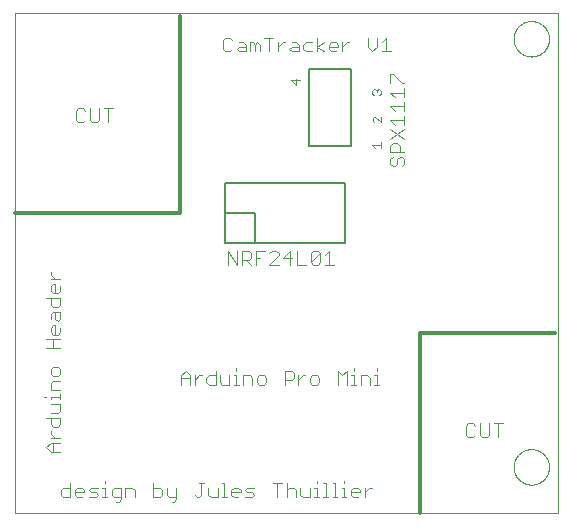
<source format=gto>
G75*
%MOIN*%
%OFA0B0*%
%FSLAX25Y25*%
%IPPOS*%
%LPD*%
%AMOC8*
5,1,8,0,0,1.08239X$1,22.5*
%
%ADD10C,0.00000*%
%ADD11C,0.00400*%
%ADD12C,0.01200*%
%ADD13C,0.00800*%
%ADD14C,0.00500*%
D10*
X0001600Y0001600D02*
X0001600Y0168254D01*
X0182427Y0168254D01*
X0182427Y0001600D01*
X0001600Y0001600D01*
X0167663Y0016836D02*
X0167665Y0016989D01*
X0167671Y0017143D01*
X0167681Y0017296D01*
X0167695Y0017448D01*
X0167713Y0017601D01*
X0167735Y0017752D01*
X0167760Y0017903D01*
X0167790Y0018054D01*
X0167824Y0018204D01*
X0167861Y0018352D01*
X0167902Y0018500D01*
X0167947Y0018646D01*
X0167996Y0018792D01*
X0168049Y0018936D01*
X0168105Y0019078D01*
X0168165Y0019219D01*
X0168229Y0019359D01*
X0168296Y0019497D01*
X0168367Y0019633D01*
X0168442Y0019767D01*
X0168519Y0019899D01*
X0168601Y0020029D01*
X0168685Y0020157D01*
X0168773Y0020283D01*
X0168864Y0020406D01*
X0168958Y0020527D01*
X0169056Y0020645D01*
X0169156Y0020761D01*
X0169260Y0020874D01*
X0169366Y0020985D01*
X0169475Y0021093D01*
X0169587Y0021198D01*
X0169701Y0021299D01*
X0169819Y0021398D01*
X0169938Y0021494D01*
X0170060Y0021587D01*
X0170185Y0021676D01*
X0170312Y0021763D01*
X0170441Y0021845D01*
X0170572Y0021925D01*
X0170705Y0022001D01*
X0170840Y0022074D01*
X0170977Y0022143D01*
X0171116Y0022208D01*
X0171256Y0022270D01*
X0171398Y0022328D01*
X0171541Y0022383D01*
X0171686Y0022434D01*
X0171832Y0022481D01*
X0171979Y0022524D01*
X0172127Y0022563D01*
X0172276Y0022599D01*
X0172426Y0022630D01*
X0172577Y0022658D01*
X0172728Y0022682D01*
X0172881Y0022702D01*
X0173033Y0022718D01*
X0173186Y0022730D01*
X0173339Y0022738D01*
X0173492Y0022742D01*
X0173646Y0022742D01*
X0173799Y0022738D01*
X0173952Y0022730D01*
X0174105Y0022718D01*
X0174257Y0022702D01*
X0174410Y0022682D01*
X0174561Y0022658D01*
X0174712Y0022630D01*
X0174862Y0022599D01*
X0175011Y0022563D01*
X0175159Y0022524D01*
X0175306Y0022481D01*
X0175452Y0022434D01*
X0175597Y0022383D01*
X0175740Y0022328D01*
X0175882Y0022270D01*
X0176022Y0022208D01*
X0176161Y0022143D01*
X0176298Y0022074D01*
X0176433Y0022001D01*
X0176566Y0021925D01*
X0176697Y0021845D01*
X0176826Y0021763D01*
X0176953Y0021676D01*
X0177078Y0021587D01*
X0177200Y0021494D01*
X0177319Y0021398D01*
X0177437Y0021299D01*
X0177551Y0021198D01*
X0177663Y0021093D01*
X0177772Y0020985D01*
X0177878Y0020874D01*
X0177982Y0020761D01*
X0178082Y0020645D01*
X0178180Y0020527D01*
X0178274Y0020406D01*
X0178365Y0020283D01*
X0178453Y0020157D01*
X0178537Y0020029D01*
X0178619Y0019899D01*
X0178696Y0019767D01*
X0178771Y0019633D01*
X0178842Y0019497D01*
X0178909Y0019359D01*
X0178973Y0019219D01*
X0179033Y0019078D01*
X0179089Y0018936D01*
X0179142Y0018792D01*
X0179191Y0018646D01*
X0179236Y0018500D01*
X0179277Y0018352D01*
X0179314Y0018204D01*
X0179348Y0018054D01*
X0179378Y0017903D01*
X0179403Y0017752D01*
X0179425Y0017601D01*
X0179443Y0017448D01*
X0179457Y0017296D01*
X0179467Y0017143D01*
X0179473Y0016989D01*
X0179475Y0016836D01*
X0179473Y0016683D01*
X0179467Y0016529D01*
X0179457Y0016376D01*
X0179443Y0016224D01*
X0179425Y0016071D01*
X0179403Y0015920D01*
X0179378Y0015769D01*
X0179348Y0015618D01*
X0179314Y0015468D01*
X0179277Y0015320D01*
X0179236Y0015172D01*
X0179191Y0015026D01*
X0179142Y0014880D01*
X0179089Y0014736D01*
X0179033Y0014594D01*
X0178973Y0014453D01*
X0178909Y0014313D01*
X0178842Y0014175D01*
X0178771Y0014039D01*
X0178696Y0013905D01*
X0178619Y0013773D01*
X0178537Y0013643D01*
X0178453Y0013515D01*
X0178365Y0013389D01*
X0178274Y0013266D01*
X0178180Y0013145D01*
X0178082Y0013027D01*
X0177982Y0012911D01*
X0177878Y0012798D01*
X0177772Y0012687D01*
X0177663Y0012579D01*
X0177551Y0012474D01*
X0177437Y0012373D01*
X0177319Y0012274D01*
X0177200Y0012178D01*
X0177078Y0012085D01*
X0176953Y0011996D01*
X0176826Y0011909D01*
X0176697Y0011827D01*
X0176566Y0011747D01*
X0176433Y0011671D01*
X0176298Y0011598D01*
X0176161Y0011529D01*
X0176022Y0011464D01*
X0175882Y0011402D01*
X0175740Y0011344D01*
X0175597Y0011289D01*
X0175452Y0011238D01*
X0175306Y0011191D01*
X0175159Y0011148D01*
X0175011Y0011109D01*
X0174862Y0011073D01*
X0174712Y0011042D01*
X0174561Y0011014D01*
X0174410Y0010990D01*
X0174257Y0010970D01*
X0174105Y0010954D01*
X0173952Y0010942D01*
X0173799Y0010934D01*
X0173646Y0010930D01*
X0173492Y0010930D01*
X0173339Y0010934D01*
X0173186Y0010942D01*
X0173033Y0010954D01*
X0172881Y0010970D01*
X0172728Y0010990D01*
X0172577Y0011014D01*
X0172426Y0011042D01*
X0172276Y0011073D01*
X0172127Y0011109D01*
X0171979Y0011148D01*
X0171832Y0011191D01*
X0171686Y0011238D01*
X0171541Y0011289D01*
X0171398Y0011344D01*
X0171256Y0011402D01*
X0171116Y0011464D01*
X0170977Y0011529D01*
X0170840Y0011598D01*
X0170705Y0011671D01*
X0170572Y0011747D01*
X0170441Y0011827D01*
X0170312Y0011909D01*
X0170185Y0011996D01*
X0170060Y0012085D01*
X0169938Y0012178D01*
X0169819Y0012274D01*
X0169701Y0012373D01*
X0169587Y0012474D01*
X0169475Y0012579D01*
X0169366Y0012687D01*
X0169260Y0012798D01*
X0169156Y0012911D01*
X0169056Y0013027D01*
X0168958Y0013145D01*
X0168864Y0013266D01*
X0168773Y0013389D01*
X0168685Y0013515D01*
X0168601Y0013643D01*
X0168519Y0013773D01*
X0168442Y0013905D01*
X0168367Y0014039D01*
X0168296Y0014175D01*
X0168229Y0014313D01*
X0168165Y0014453D01*
X0168105Y0014594D01*
X0168049Y0014736D01*
X0167996Y0014880D01*
X0167947Y0015026D01*
X0167902Y0015172D01*
X0167861Y0015320D01*
X0167824Y0015468D01*
X0167790Y0015618D01*
X0167760Y0015769D01*
X0167735Y0015920D01*
X0167713Y0016071D01*
X0167695Y0016224D01*
X0167681Y0016376D01*
X0167671Y0016529D01*
X0167665Y0016683D01*
X0167663Y0016836D01*
X0167663Y0159553D02*
X0167665Y0159706D01*
X0167671Y0159860D01*
X0167681Y0160013D01*
X0167695Y0160165D01*
X0167713Y0160318D01*
X0167735Y0160469D01*
X0167760Y0160620D01*
X0167790Y0160771D01*
X0167824Y0160921D01*
X0167861Y0161069D01*
X0167902Y0161217D01*
X0167947Y0161363D01*
X0167996Y0161509D01*
X0168049Y0161653D01*
X0168105Y0161795D01*
X0168165Y0161936D01*
X0168229Y0162076D01*
X0168296Y0162214D01*
X0168367Y0162350D01*
X0168442Y0162484D01*
X0168519Y0162616D01*
X0168601Y0162746D01*
X0168685Y0162874D01*
X0168773Y0163000D01*
X0168864Y0163123D01*
X0168958Y0163244D01*
X0169056Y0163362D01*
X0169156Y0163478D01*
X0169260Y0163591D01*
X0169366Y0163702D01*
X0169475Y0163810D01*
X0169587Y0163915D01*
X0169701Y0164016D01*
X0169819Y0164115D01*
X0169938Y0164211D01*
X0170060Y0164304D01*
X0170185Y0164393D01*
X0170312Y0164480D01*
X0170441Y0164562D01*
X0170572Y0164642D01*
X0170705Y0164718D01*
X0170840Y0164791D01*
X0170977Y0164860D01*
X0171116Y0164925D01*
X0171256Y0164987D01*
X0171398Y0165045D01*
X0171541Y0165100D01*
X0171686Y0165151D01*
X0171832Y0165198D01*
X0171979Y0165241D01*
X0172127Y0165280D01*
X0172276Y0165316D01*
X0172426Y0165347D01*
X0172577Y0165375D01*
X0172728Y0165399D01*
X0172881Y0165419D01*
X0173033Y0165435D01*
X0173186Y0165447D01*
X0173339Y0165455D01*
X0173492Y0165459D01*
X0173646Y0165459D01*
X0173799Y0165455D01*
X0173952Y0165447D01*
X0174105Y0165435D01*
X0174257Y0165419D01*
X0174410Y0165399D01*
X0174561Y0165375D01*
X0174712Y0165347D01*
X0174862Y0165316D01*
X0175011Y0165280D01*
X0175159Y0165241D01*
X0175306Y0165198D01*
X0175452Y0165151D01*
X0175597Y0165100D01*
X0175740Y0165045D01*
X0175882Y0164987D01*
X0176022Y0164925D01*
X0176161Y0164860D01*
X0176298Y0164791D01*
X0176433Y0164718D01*
X0176566Y0164642D01*
X0176697Y0164562D01*
X0176826Y0164480D01*
X0176953Y0164393D01*
X0177078Y0164304D01*
X0177200Y0164211D01*
X0177319Y0164115D01*
X0177437Y0164016D01*
X0177551Y0163915D01*
X0177663Y0163810D01*
X0177772Y0163702D01*
X0177878Y0163591D01*
X0177982Y0163478D01*
X0178082Y0163362D01*
X0178180Y0163244D01*
X0178274Y0163123D01*
X0178365Y0163000D01*
X0178453Y0162874D01*
X0178537Y0162746D01*
X0178619Y0162616D01*
X0178696Y0162484D01*
X0178771Y0162350D01*
X0178842Y0162214D01*
X0178909Y0162076D01*
X0178973Y0161936D01*
X0179033Y0161795D01*
X0179089Y0161653D01*
X0179142Y0161509D01*
X0179191Y0161363D01*
X0179236Y0161217D01*
X0179277Y0161069D01*
X0179314Y0160921D01*
X0179348Y0160771D01*
X0179378Y0160620D01*
X0179403Y0160469D01*
X0179425Y0160318D01*
X0179443Y0160165D01*
X0179457Y0160013D01*
X0179467Y0159860D01*
X0179473Y0159706D01*
X0179475Y0159553D01*
X0179473Y0159400D01*
X0179467Y0159246D01*
X0179457Y0159093D01*
X0179443Y0158941D01*
X0179425Y0158788D01*
X0179403Y0158637D01*
X0179378Y0158486D01*
X0179348Y0158335D01*
X0179314Y0158185D01*
X0179277Y0158037D01*
X0179236Y0157889D01*
X0179191Y0157743D01*
X0179142Y0157597D01*
X0179089Y0157453D01*
X0179033Y0157311D01*
X0178973Y0157170D01*
X0178909Y0157030D01*
X0178842Y0156892D01*
X0178771Y0156756D01*
X0178696Y0156622D01*
X0178619Y0156490D01*
X0178537Y0156360D01*
X0178453Y0156232D01*
X0178365Y0156106D01*
X0178274Y0155983D01*
X0178180Y0155862D01*
X0178082Y0155744D01*
X0177982Y0155628D01*
X0177878Y0155515D01*
X0177772Y0155404D01*
X0177663Y0155296D01*
X0177551Y0155191D01*
X0177437Y0155090D01*
X0177319Y0154991D01*
X0177200Y0154895D01*
X0177078Y0154802D01*
X0176953Y0154713D01*
X0176826Y0154626D01*
X0176697Y0154544D01*
X0176566Y0154464D01*
X0176433Y0154388D01*
X0176298Y0154315D01*
X0176161Y0154246D01*
X0176022Y0154181D01*
X0175882Y0154119D01*
X0175740Y0154061D01*
X0175597Y0154006D01*
X0175452Y0153955D01*
X0175306Y0153908D01*
X0175159Y0153865D01*
X0175011Y0153826D01*
X0174862Y0153790D01*
X0174712Y0153759D01*
X0174561Y0153731D01*
X0174410Y0153707D01*
X0174257Y0153687D01*
X0174105Y0153671D01*
X0173952Y0153659D01*
X0173799Y0153651D01*
X0173646Y0153647D01*
X0173492Y0153647D01*
X0173339Y0153651D01*
X0173186Y0153659D01*
X0173033Y0153671D01*
X0172881Y0153687D01*
X0172728Y0153707D01*
X0172577Y0153731D01*
X0172426Y0153759D01*
X0172276Y0153790D01*
X0172127Y0153826D01*
X0171979Y0153865D01*
X0171832Y0153908D01*
X0171686Y0153955D01*
X0171541Y0154006D01*
X0171398Y0154061D01*
X0171256Y0154119D01*
X0171116Y0154181D01*
X0170977Y0154246D01*
X0170840Y0154315D01*
X0170705Y0154388D01*
X0170572Y0154464D01*
X0170441Y0154544D01*
X0170312Y0154626D01*
X0170185Y0154713D01*
X0170060Y0154802D01*
X0169938Y0154895D01*
X0169819Y0154991D01*
X0169701Y0155090D01*
X0169587Y0155191D01*
X0169475Y0155296D01*
X0169366Y0155404D01*
X0169260Y0155515D01*
X0169156Y0155628D01*
X0169056Y0155744D01*
X0168958Y0155862D01*
X0168864Y0155983D01*
X0168773Y0156106D01*
X0168685Y0156232D01*
X0168601Y0156360D01*
X0168519Y0156490D01*
X0168442Y0156622D01*
X0168367Y0156756D01*
X0168296Y0156892D01*
X0168229Y0157030D01*
X0168165Y0157170D01*
X0168105Y0157311D01*
X0168049Y0157453D01*
X0167996Y0157597D01*
X0167947Y0157743D01*
X0167902Y0157889D01*
X0167861Y0158037D01*
X0167824Y0158185D01*
X0167790Y0158335D01*
X0167760Y0158486D01*
X0167735Y0158637D01*
X0167713Y0158788D01*
X0167695Y0158941D01*
X0167681Y0159093D01*
X0167671Y0159246D01*
X0167665Y0159400D01*
X0167663Y0159553D01*
D11*
X0131200Y0144696D02*
X0130433Y0144696D01*
X0127363Y0147765D01*
X0126596Y0147765D01*
X0126596Y0144696D01*
X0126596Y0141627D02*
X0131200Y0141627D01*
X0131200Y0143161D02*
X0131200Y0140092D01*
X0131200Y0138557D02*
X0131200Y0135488D01*
X0131200Y0133954D02*
X0131200Y0130884D01*
X0131200Y0129350D02*
X0126596Y0126280D01*
X0127363Y0124746D02*
X0128898Y0124746D01*
X0129665Y0123978D01*
X0129665Y0121676D01*
X0129665Y0120142D02*
X0130433Y0120142D01*
X0131200Y0119374D01*
X0131200Y0117840D01*
X0130433Y0117072D01*
X0128898Y0117840D02*
X0128898Y0119374D01*
X0129665Y0120142D01*
X0131200Y0121676D02*
X0126596Y0121676D01*
X0126596Y0123978D01*
X0127363Y0124746D01*
X0123400Y0125075D02*
X0123400Y0123207D01*
X0123400Y0124141D02*
X0120598Y0124141D01*
X0121532Y0123207D01*
X0126596Y0119374D02*
X0126596Y0117840D01*
X0127363Y0117072D01*
X0128131Y0117072D01*
X0128898Y0117840D01*
X0127363Y0120142D02*
X0126596Y0119374D01*
X0131200Y0126280D02*
X0126596Y0129350D01*
X0128131Y0130884D02*
X0126596Y0132419D01*
X0131200Y0132419D01*
X0128131Y0135488D02*
X0126596Y0137023D01*
X0131200Y0137023D01*
X0128131Y0140092D02*
X0126596Y0141627D01*
X0123400Y0141286D02*
X0122933Y0140819D01*
X0123400Y0141286D02*
X0123400Y0142220D01*
X0122933Y0142687D01*
X0122466Y0142687D01*
X0121999Y0142220D01*
X0121999Y0141753D01*
X0121999Y0142220D02*
X0121532Y0142687D01*
X0121065Y0142687D01*
X0120598Y0142220D01*
X0120598Y0141286D01*
X0121065Y0140819D01*
X0121102Y0133587D02*
X0120635Y0133120D01*
X0120635Y0132186D01*
X0121102Y0131719D01*
X0121102Y0133587D02*
X0121569Y0133587D01*
X0123437Y0131719D01*
X0123437Y0133587D01*
X0123643Y0155343D02*
X0126712Y0155343D01*
X0125177Y0155343D02*
X0125177Y0159947D01*
X0123643Y0158413D01*
X0122108Y0156878D02*
X0122108Y0159947D01*
X0122108Y0156878D02*
X0120573Y0155343D01*
X0119039Y0156878D01*
X0119039Y0159947D01*
X0112900Y0158413D02*
X0112133Y0158413D01*
X0110598Y0156878D01*
X0109064Y0156878D02*
X0109064Y0157645D01*
X0108296Y0158413D01*
X0106762Y0158413D01*
X0105994Y0157645D01*
X0105994Y0156111D01*
X0106762Y0155343D01*
X0108296Y0155343D01*
X0109064Y0156878D02*
X0105994Y0156878D01*
X0104460Y0158413D02*
X0102158Y0156878D01*
X0104460Y0155343D01*
X0102158Y0155343D02*
X0102158Y0159947D01*
X0100623Y0158413D02*
X0098321Y0158413D01*
X0097554Y0157645D01*
X0097554Y0156111D01*
X0098321Y0155343D01*
X0100623Y0155343D01*
X0096019Y0155343D02*
X0096019Y0157645D01*
X0095252Y0158413D01*
X0093717Y0158413D01*
X0093717Y0156878D02*
X0092950Y0156111D01*
X0093717Y0155343D01*
X0096019Y0155343D01*
X0096019Y0156878D02*
X0093717Y0156878D01*
X0091415Y0158413D02*
X0090648Y0158413D01*
X0089113Y0156878D01*
X0089113Y0155343D02*
X0089113Y0158413D01*
X0087579Y0159947D02*
X0084509Y0159947D01*
X0086044Y0159947D02*
X0086044Y0155343D01*
X0082975Y0155343D02*
X0082975Y0157645D01*
X0082207Y0158413D01*
X0081440Y0157645D01*
X0081440Y0155343D01*
X0079905Y0155343D02*
X0079905Y0158413D01*
X0080673Y0158413D01*
X0081440Y0157645D01*
X0078371Y0157645D02*
X0078371Y0155343D01*
X0076069Y0155343D01*
X0075302Y0156111D01*
X0076069Y0156878D01*
X0078371Y0156878D01*
X0078371Y0157645D02*
X0077604Y0158413D01*
X0076069Y0158413D01*
X0073767Y0159180D02*
X0073000Y0159947D01*
X0071465Y0159947D01*
X0070698Y0159180D01*
X0070698Y0156111D01*
X0071465Y0155343D01*
X0073000Y0155343D01*
X0073767Y0156111D01*
X0093598Y0145701D02*
X0094999Y0144300D01*
X0094999Y0146168D01*
X0096400Y0145701D02*
X0093598Y0145701D01*
X0110598Y0155343D02*
X0110598Y0158413D01*
X0106231Y0088904D02*
X0106231Y0084300D01*
X0107765Y0084300D02*
X0104696Y0084300D01*
X0103161Y0085067D02*
X0102394Y0084300D01*
X0100859Y0084300D01*
X0100092Y0085067D01*
X0103161Y0088137D01*
X0103161Y0085067D01*
X0104696Y0087369D02*
X0106231Y0088904D01*
X0103161Y0088137D02*
X0102394Y0088904D01*
X0100859Y0088904D01*
X0100092Y0088137D01*
X0100092Y0085067D01*
X0098557Y0084300D02*
X0095488Y0084300D01*
X0095488Y0088904D01*
X0093954Y0086602D02*
X0090884Y0086602D01*
X0093186Y0088904D01*
X0093186Y0084300D01*
X0089350Y0084300D02*
X0086280Y0084300D01*
X0089350Y0087369D01*
X0089350Y0088137D01*
X0088582Y0088904D01*
X0087048Y0088904D01*
X0086280Y0088137D01*
X0084746Y0088904D02*
X0081676Y0088904D01*
X0081676Y0084300D01*
X0080142Y0084300D02*
X0078607Y0085835D01*
X0079374Y0085835D02*
X0077072Y0085835D01*
X0077072Y0084300D02*
X0077072Y0088904D01*
X0079374Y0088904D01*
X0080142Y0088137D01*
X0080142Y0086602D01*
X0079374Y0085835D01*
X0081676Y0086602D02*
X0083211Y0086602D01*
X0075538Y0084300D02*
X0075538Y0088904D01*
X0072469Y0088904D02*
X0075538Y0084300D01*
X0072469Y0084300D02*
X0072469Y0088904D01*
X0075216Y0049671D02*
X0075216Y0048904D01*
X0075216Y0047369D02*
X0074448Y0047369D01*
X0075216Y0047369D02*
X0075216Y0044300D01*
X0075983Y0044300D02*
X0074448Y0044300D01*
X0072914Y0044300D02*
X0072914Y0047369D01*
X0072914Y0044300D02*
X0070612Y0044300D01*
X0069844Y0045067D01*
X0069844Y0047369D01*
X0068310Y0047369D02*
X0066008Y0047369D01*
X0065241Y0046602D01*
X0065241Y0045067D01*
X0066008Y0044300D01*
X0068310Y0044300D01*
X0068310Y0048904D01*
X0063706Y0047369D02*
X0062939Y0047369D01*
X0061404Y0045835D01*
X0061404Y0047369D02*
X0061404Y0044300D01*
X0059869Y0044300D02*
X0059869Y0047369D01*
X0058335Y0048904D01*
X0056800Y0047369D01*
X0056800Y0044300D01*
X0056800Y0046602D02*
X0059869Y0046602D01*
X0077518Y0047369D02*
X0077518Y0044300D01*
X0080587Y0044300D02*
X0080587Y0046602D01*
X0079820Y0047369D01*
X0077518Y0047369D01*
X0082122Y0046602D02*
X0082122Y0045067D01*
X0082889Y0044300D01*
X0084424Y0044300D01*
X0085191Y0045067D01*
X0085191Y0046602D01*
X0084424Y0047369D01*
X0082889Y0047369D01*
X0082122Y0046602D01*
X0091329Y0045835D02*
X0093631Y0045835D01*
X0094399Y0046602D01*
X0094399Y0048137D01*
X0093631Y0048904D01*
X0091329Y0048904D01*
X0091329Y0044300D01*
X0095933Y0044300D02*
X0095933Y0047369D01*
X0095933Y0045835D02*
X0097468Y0047369D01*
X0098235Y0047369D01*
X0099770Y0046602D02*
X0099770Y0045067D01*
X0100537Y0044300D01*
X0102072Y0044300D01*
X0102839Y0045067D01*
X0102839Y0046602D01*
X0102072Y0047369D01*
X0100537Y0047369D01*
X0099770Y0046602D01*
X0108978Y0044300D02*
X0108978Y0048904D01*
X0110512Y0047369D01*
X0112047Y0048904D01*
X0112047Y0044300D01*
X0113582Y0044300D02*
X0115116Y0044300D01*
X0114349Y0044300D02*
X0114349Y0047369D01*
X0113582Y0047369D01*
X0114349Y0048904D02*
X0114349Y0049671D01*
X0116651Y0047369D02*
X0118953Y0047369D01*
X0119720Y0046602D01*
X0119720Y0044300D01*
X0121255Y0044300D02*
X0122790Y0044300D01*
X0122022Y0044300D02*
X0122022Y0047369D01*
X0121255Y0047369D01*
X0122022Y0048904D02*
X0122022Y0049671D01*
X0116651Y0047369D02*
X0116651Y0044300D01*
X0111180Y0012171D02*
X0111180Y0011404D01*
X0111180Y0009869D02*
X0111180Y0006800D01*
X0110413Y0006800D02*
X0111948Y0006800D01*
X0113482Y0007567D02*
X0113482Y0009102D01*
X0114250Y0009869D01*
X0115784Y0009869D01*
X0116552Y0009102D01*
X0116552Y0008335D01*
X0113482Y0008335D01*
X0113482Y0007567D02*
X0114250Y0006800D01*
X0115784Y0006800D01*
X0118086Y0006800D02*
X0118086Y0009869D01*
X0118086Y0008335D02*
X0119621Y0009869D01*
X0120388Y0009869D01*
X0111180Y0009869D02*
X0110413Y0009869D01*
X0108878Y0006800D02*
X0107344Y0006800D01*
X0108111Y0006800D02*
X0108111Y0011404D01*
X0107344Y0011404D01*
X0105042Y0011404D02*
X0105042Y0006800D01*
X0104275Y0006800D02*
X0105809Y0006800D01*
X0102740Y0006800D02*
X0101205Y0006800D01*
X0101973Y0006800D02*
X0101973Y0009869D01*
X0101205Y0009869D01*
X0099671Y0009869D02*
X0099671Y0006800D01*
X0097369Y0006800D01*
X0096601Y0007567D01*
X0096601Y0009869D01*
X0095067Y0009102D02*
X0095067Y0006800D01*
X0095067Y0009102D02*
X0094299Y0009869D01*
X0092765Y0009869D01*
X0091997Y0009102D01*
X0091997Y0011404D02*
X0091997Y0006800D01*
X0088928Y0006800D02*
X0088928Y0011404D01*
X0087394Y0011404D02*
X0090463Y0011404D01*
X0081255Y0009869D02*
X0078953Y0009869D01*
X0078186Y0009102D01*
X0078953Y0008335D01*
X0080488Y0008335D01*
X0081255Y0007567D01*
X0080488Y0006800D01*
X0078186Y0006800D01*
X0076651Y0008335D02*
X0076651Y0009102D01*
X0075884Y0009869D01*
X0074349Y0009869D01*
X0073582Y0009102D01*
X0073582Y0007567D01*
X0074349Y0006800D01*
X0075884Y0006800D01*
X0076651Y0008335D02*
X0073582Y0008335D01*
X0072047Y0006800D02*
X0070512Y0006800D01*
X0071280Y0006800D02*
X0071280Y0011404D01*
X0070512Y0011404D01*
X0068978Y0009869D02*
X0068978Y0006800D01*
X0066676Y0006800D01*
X0065909Y0007567D01*
X0065909Y0009869D01*
X0064374Y0011404D02*
X0062839Y0011404D01*
X0063607Y0011404D02*
X0063607Y0007567D01*
X0062839Y0006800D01*
X0062072Y0006800D01*
X0061305Y0007567D01*
X0055166Y0006800D02*
X0052864Y0006800D01*
X0052097Y0007567D01*
X0052097Y0009869D01*
X0050562Y0009102D02*
X0050562Y0007567D01*
X0049795Y0006800D01*
X0047493Y0006800D01*
X0047493Y0011404D01*
X0047493Y0009869D02*
X0049795Y0009869D01*
X0050562Y0009102D01*
X0053631Y0005265D02*
X0054399Y0005265D01*
X0055166Y0006033D01*
X0055166Y0009869D01*
X0041354Y0009102D02*
X0041354Y0006800D01*
X0041354Y0009102D02*
X0040587Y0009869D01*
X0038285Y0009869D01*
X0038285Y0006800D01*
X0036750Y0006800D02*
X0034448Y0006800D01*
X0033681Y0007567D01*
X0033681Y0009102D01*
X0034448Y0009869D01*
X0036750Y0009869D01*
X0036750Y0006033D01*
X0035983Y0005265D01*
X0035216Y0005265D01*
X0032146Y0006800D02*
X0030612Y0006800D01*
X0031379Y0006800D02*
X0031379Y0009869D01*
X0030612Y0009869D01*
X0029077Y0009869D02*
X0026775Y0009869D01*
X0026008Y0009102D01*
X0026775Y0008335D01*
X0028310Y0008335D01*
X0029077Y0007567D01*
X0028310Y0006800D01*
X0026008Y0006800D01*
X0024473Y0008335D02*
X0024473Y0009102D01*
X0023706Y0009869D01*
X0022171Y0009869D01*
X0021404Y0009102D01*
X0021404Y0007567D01*
X0022171Y0006800D01*
X0023706Y0006800D01*
X0024473Y0008335D02*
X0021404Y0008335D01*
X0019869Y0009869D02*
X0017567Y0009869D01*
X0016800Y0009102D01*
X0016800Y0007567D01*
X0017567Y0006800D01*
X0019869Y0006800D01*
X0019869Y0011404D01*
X0016400Y0021800D02*
X0013331Y0021800D01*
X0011796Y0023335D01*
X0013331Y0024869D01*
X0016400Y0024869D01*
X0016400Y0026404D02*
X0013331Y0026404D01*
X0014865Y0026404D02*
X0013331Y0027939D01*
X0013331Y0028706D01*
X0014098Y0030241D02*
X0013331Y0031008D01*
X0013331Y0033310D01*
X0013331Y0034844D02*
X0015633Y0034844D01*
X0016400Y0035612D01*
X0016400Y0037914D01*
X0013331Y0037914D01*
X0013331Y0039448D02*
X0013331Y0040216D01*
X0016400Y0040216D01*
X0016400Y0040983D02*
X0016400Y0039448D01*
X0016400Y0042518D02*
X0013331Y0042518D01*
X0013331Y0044820D01*
X0014098Y0045587D01*
X0016400Y0045587D01*
X0015633Y0047122D02*
X0014098Y0047122D01*
X0013331Y0047889D01*
X0013331Y0049424D01*
X0014098Y0050191D01*
X0015633Y0050191D01*
X0016400Y0049424D01*
X0016400Y0047889D01*
X0015633Y0047122D01*
X0011796Y0040216D02*
X0011029Y0040216D01*
X0011796Y0033310D02*
X0016400Y0033310D01*
X0016400Y0031008D01*
X0015633Y0030241D01*
X0014098Y0030241D01*
X0014098Y0024869D02*
X0014098Y0021800D01*
X0031379Y0012171D02*
X0031379Y0011404D01*
X0016400Y0056329D02*
X0011796Y0056329D01*
X0014098Y0056329D02*
X0014098Y0059399D01*
X0014098Y0060933D02*
X0013331Y0061701D01*
X0013331Y0063235D01*
X0014098Y0064003D01*
X0014865Y0064003D01*
X0014865Y0060933D01*
X0014098Y0060933D02*
X0015633Y0060933D01*
X0016400Y0061701D01*
X0016400Y0063235D01*
X0015633Y0065537D02*
X0014865Y0066305D01*
X0014865Y0068607D01*
X0014098Y0068607D02*
X0016400Y0068607D01*
X0016400Y0066305D01*
X0015633Y0065537D01*
X0013331Y0066305D02*
X0013331Y0067839D01*
X0014098Y0068607D01*
X0014098Y0070141D02*
X0013331Y0070909D01*
X0013331Y0073210D01*
X0011796Y0073210D02*
X0016400Y0073210D01*
X0016400Y0070909D01*
X0015633Y0070141D01*
X0014098Y0070141D01*
X0014098Y0074745D02*
X0013331Y0075512D01*
X0013331Y0077047D01*
X0014098Y0077814D01*
X0014865Y0077814D01*
X0014865Y0074745D01*
X0014098Y0074745D02*
X0015633Y0074745D01*
X0016400Y0075512D01*
X0016400Y0077047D01*
X0016400Y0079349D02*
X0013331Y0079349D01*
X0014865Y0079349D02*
X0013331Y0080884D01*
X0013331Y0081651D01*
X0011796Y0059399D02*
X0016400Y0059399D01*
X0022567Y0131800D02*
X0024102Y0131800D01*
X0024869Y0132567D01*
X0026404Y0132567D02*
X0027171Y0131800D01*
X0028706Y0131800D01*
X0029473Y0132567D01*
X0029473Y0136404D01*
X0031008Y0136404D02*
X0034077Y0136404D01*
X0032542Y0136404D02*
X0032542Y0131800D01*
X0026404Y0132567D02*
X0026404Y0136404D01*
X0024869Y0135637D02*
X0024102Y0136404D01*
X0022567Y0136404D01*
X0021800Y0135637D01*
X0021800Y0132567D01*
X0022567Y0131800D01*
X0101973Y0012171D02*
X0101973Y0011404D01*
X0104275Y0011404D02*
X0105042Y0011404D01*
X0151800Y0027567D02*
X0152567Y0026800D01*
X0154102Y0026800D01*
X0154869Y0027567D01*
X0156404Y0027567D02*
X0157171Y0026800D01*
X0158706Y0026800D01*
X0159473Y0027567D01*
X0159473Y0031404D01*
X0161008Y0031404D02*
X0164077Y0031404D01*
X0162542Y0031404D02*
X0162542Y0026800D01*
X0156404Y0027567D02*
X0156404Y0031404D01*
X0154869Y0030637D02*
X0154102Y0031404D01*
X0152567Y0031404D01*
X0151800Y0030637D01*
X0151800Y0027567D01*
D12*
X0136600Y0001600D02*
X0136600Y0061600D01*
X0181521Y0061600D01*
X0056600Y0101600D02*
X0056600Y0167053D01*
X0056600Y0101600D02*
X0001600Y0101600D01*
D13*
X0099600Y0123700D02*
X0099600Y0149500D01*
X0113600Y0149500D01*
X0113600Y0123700D01*
X0099600Y0123700D01*
D14*
X0111600Y0111600D02*
X0111600Y0091600D01*
X0081600Y0091600D01*
X0081600Y0101600D01*
X0071600Y0101600D01*
X0071600Y0111600D01*
X0111600Y0111600D01*
X0081600Y0091600D02*
X0071600Y0091600D01*
X0071600Y0101600D01*
M02*

</source>
